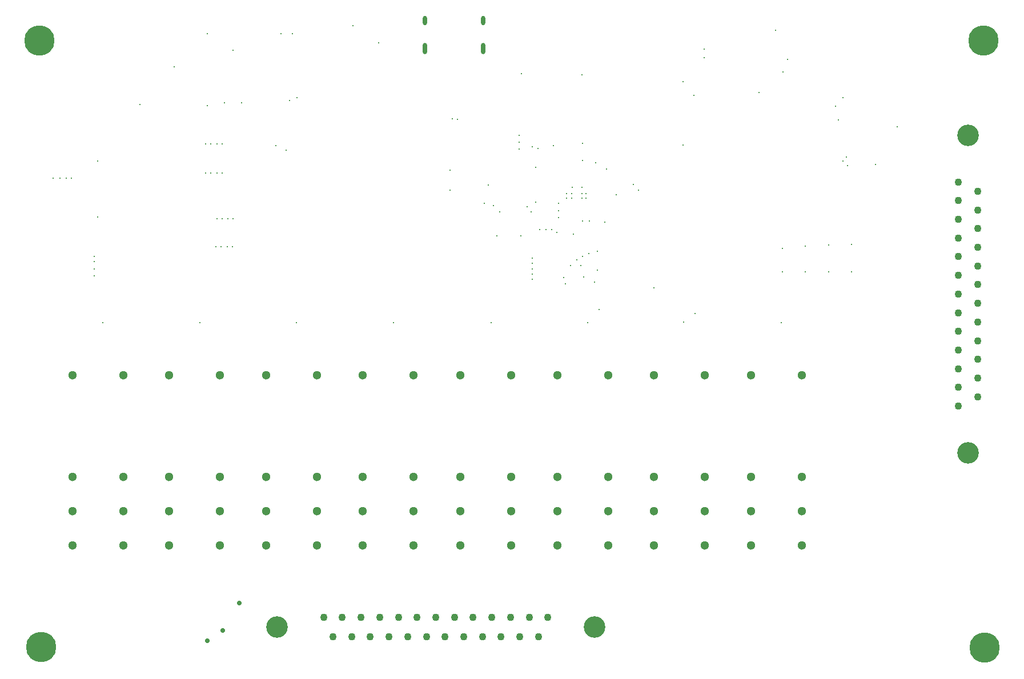
<source format=gbr>
%TF.GenerationSoftware,Altium Limited,Altium Designer,24.1.2 (44)*%
G04 Layer_Color=0*
%FSLAX45Y45*%
%MOMM*%
%TF.SameCoordinates,D8B4AAC8-E2FB-42F1-BA15-8403934F33DF*%
%TF.FilePolarity,Positive*%
%TF.FileFunction,Plated,1,4,PTH,Drill*%
%TF.Part,Single*%
G01*
G75*
%TA.AperFunction,ComponentDrill*%
%ADD109O,0.60000X1.70000*%
%ADD110O,0.60000X1.40000*%
%ADD111C,1.09000*%
%ADD112C,3.20000*%
%ADD113C,1.09000*%
%ADD114C,3.20000*%
%ADD115C,1.30000*%
%TA.AperFunction,ViaDrill,NotFilled*%
%ADD116C,0.30000*%
%ADD117C,4.50000*%
%ADD118C,0.71120*%
D109*
X9627300Y12067100D02*
D03*
X8762300D02*
D03*
D110*
X9627300Y12484100D02*
D03*
X8762300D02*
D03*
D111*
X7397900Y3352799D02*
D03*
X7674900D02*
D03*
X7951900D02*
D03*
X8228900D02*
D03*
X8505900D02*
D03*
X8782900D02*
D03*
X9059900D02*
D03*
X9336900D02*
D03*
X9613899D02*
D03*
X9890900D02*
D03*
X10167900D02*
D03*
X10444900D02*
D03*
X7259400Y3636799D02*
D03*
X7536400D02*
D03*
X7813399D02*
D03*
X8090400D02*
D03*
X8367400D02*
D03*
X8644400D02*
D03*
X10306400D02*
D03*
X10583399D02*
D03*
X9752400D02*
D03*
X10029400D02*
D03*
X9475400D02*
D03*
X9198400D02*
D03*
X8921400D02*
D03*
D112*
X11276400Y3494799D02*
D03*
X6566399D02*
D03*
D113*
X16954500Y6907400D02*
D03*
Y7184400D02*
D03*
Y7461400D02*
D03*
Y7738400D02*
D03*
Y8015400D02*
D03*
Y8292400D02*
D03*
Y8569400D02*
D03*
Y8846400D02*
D03*
Y9123400D02*
D03*
Y9400400D02*
D03*
Y9677400D02*
D03*
Y9954400D02*
D03*
X16670500Y6768900D02*
D03*
Y7045900D02*
D03*
Y7322900D02*
D03*
Y7599900D02*
D03*
Y7876900D02*
D03*
Y8153900D02*
D03*
Y9815900D02*
D03*
Y10092900D02*
D03*
Y9261900D02*
D03*
Y9538900D02*
D03*
Y8984900D02*
D03*
Y8707900D02*
D03*
Y8430900D02*
D03*
D114*
X16812500Y10785900D02*
D03*
Y6075900D02*
D03*
D115*
X4286600Y4704500D02*
D03*
X3536600D02*
D03*
X4286600Y5212500D02*
D03*
X3536600D02*
D03*
X4286600Y5716500D02*
D03*
X3536600D02*
D03*
X4286600Y7228500D02*
D03*
X3536600D02*
D03*
X5721700Y4704500D02*
D03*
X4971700D02*
D03*
X5721700Y5212500D02*
D03*
X4971700D02*
D03*
X5721700Y5716500D02*
D03*
X4971700D02*
D03*
X5721700Y7228500D02*
D03*
X4971700D02*
D03*
X7156800Y4704500D02*
D03*
X6406800D02*
D03*
X7156800Y5212500D02*
D03*
X6406800D02*
D03*
X7156800Y5716500D02*
D03*
X6406800D02*
D03*
X7156800Y7228500D02*
D03*
X6406800D02*
D03*
X8591900Y4704500D02*
D03*
X7841900D02*
D03*
X8591900Y5212500D02*
D03*
X7841900D02*
D03*
X8591900Y5716500D02*
D03*
X7841900D02*
D03*
X8591900Y7228500D02*
D03*
X7841900D02*
D03*
X10039700Y4704500D02*
D03*
X9289700D02*
D03*
X10039700Y5212500D02*
D03*
X9289700D02*
D03*
X10039700Y5716500D02*
D03*
X9289700D02*
D03*
X10039700Y7228500D02*
D03*
X9289700D02*
D03*
X11474800Y4704500D02*
D03*
X10724800D02*
D03*
X11474800Y5212500D02*
D03*
X10724800D02*
D03*
X11474800Y5716500D02*
D03*
X10724800D02*
D03*
X11474800Y7228500D02*
D03*
X10724800D02*
D03*
X12909900Y4704500D02*
D03*
X12159900D02*
D03*
X12909900Y5212500D02*
D03*
X12159900D02*
D03*
X12909900Y5716500D02*
D03*
X12159900D02*
D03*
X12909900Y7228500D02*
D03*
X12159900D02*
D03*
X14345000Y4704500D02*
D03*
X13595000D02*
D03*
X14345000Y5212500D02*
D03*
X13595000D02*
D03*
X14345000Y5716500D02*
D03*
X13595000D02*
D03*
X14345000Y7228500D02*
D03*
X13595000D02*
D03*
D116*
X6629400Y12293600D02*
D03*
X14958975Y11339650D02*
D03*
X11099800Y10668000D02*
D03*
X11430000Y9499600D02*
D03*
X9702800Y10045700D02*
D03*
X9639300Y9779000D02*
D03*
X9779000Y9740900D02*
D03*
X5918200Y12046100D02*
D03*
X4533900Y11239500D02*
D03*
X11087100Y11684000D02*
D03*
X10189000Y11696700D02*
D03*
X10439400Y10591800D02*
D03*
X11455400Y10287000D02*
D03*
X3860800Y8801100D02*
D03*
Y8699500D02*
D03*
X3251200Y10147300D02*
D03*
X14846300Y11214100D02*
D03*
X14888499Y11015000D02*
D03*
X15760699Y10909300D02*
D03*
X15440100Y10347400D02*
D03*
X3911600Y9575800D02*
D03*
Y10401300D02*
D03*
X3351900Y10147300D02*
D03*
X3440800D02*
D03*
X3517000D02*
D03*
X3860800Y8912321D02*
D03*
Y8988521D02*
D03*
X5830200Y9132200D02*
D03*
X5741300D02*
D03*
X5665100D02*
D03*
X5906400D02*
D03*
X5677800Y10225300D02*
D03*
X5588900D02*
D03*
X5512700D02*
D03*
X5754000D02*
D03*
X5677800Y10655300D02*
D03*
X5588900D02*
D03*
X5512700D02*
D03*
X5754000D02*
D03*
X5918200Y9550400D02*
D03*
X5676900D02*
D03*
X5753100D02*
D03*
X5842000D02*
D03*
X11074400Y8851900D02*
D03*
X11009859Y8939274D02*
D03*
X10918760Y8851900D02*
D03*
X9829800Y9296400D02*
D03*
X10185400D02*
D03*
X11188700Y9029700D02*
D03*
X14058900Y9106300D02*
D03*
X14401801Y9144400D02*
D03*
X11315700Y9068200D02*
D03*
X10961850Y9319250D02*
D03*
X10820400Y8674100D02*
D03*
X11099800Y10414000D02*
D03*
X11290300Y10375900D02*
D03*
X10401300Y10312400D02*
D03*
X10668000Y10629900D02*
D03*
X13716000Y11417300D02*
D03*
X12750800Y11379200D02*
D03*
X8077200Y12153900D02*
D03*
X7696200Y12407900D02*
D03*
X6867400Y11344700D02*
D03*
X5537200Y11226800D02*
D03*
Y12293600D02*
D03*
X5041900Y11798300D02*
D03*
X6553200Y10634375D02*
D03*
X6705768Y10566568D02*
D03*
X5791200Y11264900D02*
D03*
X6045200D02*
D03*
X10350500Y8966200D02*
D03*
Y8890000D02*
D03*
X6794500Y12293600D02*
D03*
X6756400Y11303000D02*
D03*
X11087100Y9918700D02*
D03*
Y9855200D02*
D03*
X11150600D02*
D03*
Y9918700D02*
D03*
X10934700Y9855200D02*
D03*
X10858500D02*
D03*
X10934700Y9918700D02*
D03*
X10858500D02*
D03*
X10401300Y9788760D02*
D03*
X10274300Y9728200D02*
D03*
X9872900Y9650100D02*
D03*
X9136200Y10269400D02*
D03*
Y9974400D02*
D03*
X14071600Y11722100D02*
D03*
X14135100Y11912600D02*
D03*
X15011400Y10464800D02*
D03*
X15024100Y10336600D02*
D03*
X14960600Y10401300D02*
D03*
X13957300Y12340700D02*
D03*
X15087601Y9169400D02*
D03*
Y8763000D02*
D03*
X14744701D02*
D03*
X14401801D02*
D03*
X14058900D02*
D03*
X10845800Y8585200D02*
D03*
X10350500Y8801100D02*
D03*
X11112500Y8686800D02*
D03*
X11277600Y8610600D02*
D03*
X11315700Y8788400D02*
D03*
X9169400Y11026652D02*
D03*
X9245600Y11023600D02*
D03*
X10712618Y9341018D02*
D03*
X11099800Y9512700D02*
D03*
X11201400Y9512300D02*
D03*
X14744701Y9156700D02*
D03*
X10642600Y9385300D02*
D03*
X10555241Y9386841D02*
D03*
X10464800Y9385300D02*
D03*
X11595100Y9906000D02*
D03*
X11849100Y10058400D02*
D03*
X11925300Y9969500D02*
D03*
X10744600Y9779000D02*
D03*
X10744200Y9664700D02*
D03*
Y9563100D02*
D03*
X10160000Y10579100D02*
D03*
Y10782300D02*
D03*
Y10680700D02*
D03*
X10350500Y10617200D02*
D03*
X10947400Y10016700D02*
D03*
X11087100D02*
D03*
X10337800Y9652000D02*
D03*
X12585700Y11582400D02*
D03*
Y10642600D02*
D03*
X12903200Y11938000D02*
D03*
Y12065000D02*
D03*
X3987800Y8002525D02*
D03*
X5422900D02*
D03*
X6858000D02*
D03*
X8293100D02*
D03*
X9740900D02*
D03*
X11176000D02*
D03*
X14046201D02*
D03*
X12598400Y8013700D02*
D03*
X11099800Y8991600D02*
D03*
X10353436Y8724900D02*
D03*
X10350500Y8648700D02*
D03*
X11341100Y8204200D02*
D03*
X12763500Y8143561D02*
D03*
X12153900Y8521700D02*
D03*
D117*
X17056100Y3187700D02*
D03*
X3073400Y3200400D02*
D03*
X3048000Y12187300D02*
D03*
X17043401Y12192000D02*
D03*
D118*
X5537200Y3289300D02*
D03*
X5765800Y3441700D02*
D03*
X6007100Y3848100D02*
D03*
%TF.MD5,cc01534fedc598ee36b13692dc6236ff*%
M02*

</source>
